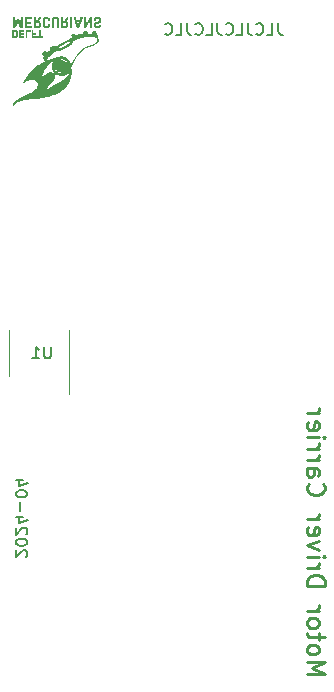
<source format=gbr>
%TF.GenerationSoftware,KiCad,Pcbnew,7.0.9*%
%TF.CreationDate,2024-04-13T12:05:23+02:00*%
%TF.ProjectId,MotorDriverCarrier-rounded,4d6f746f-7244-4726-9976-657243617272,rev?*%
%TF.SameCoordinates,Original*%
%TF.FileFunction,Legend,Bot*%
%TF.FilePolarity,Positive*%
%FSLAX46Y46*%
G04 Gerber Fmt 4.6, Leading zero omitted, Abs format (unit mm)*
G04 Created by KiCad (PCBNEW 7.0.9) date 2024-04-13 12:05:23*
%MOMM*%
%LPD*%
G01*
G04 APERTURE LIST*
%ADD10C,0.150000*%
%ADD11C,0.254000*%
%ADD12C,0.120000*%
G04 APERTURE END LIST*
D10*
X118166942Y-98368713D02*
X118214561Y-98321094D01*
X118214561Y-98321094D02*
X118262180Y-98225856D01*
X118262180Y-98225856D02*
X118262180Y-97987761D01*
X118262180Y-97987761D02*
X118214561Y-97892523D01*
X118214561Y-97892523D02*
X118166942Y-97844904D01*
X118166942Y-97844904D02*
X118071704Y-97797285D01*
X118071704Y-97797285D02*
X117976466Y-97797285D01*
X117976466Y-97797285D02*
X117833609Y-97844904D01*
X117833609Y-97844904D02*
X117262180Y-98416332D01*
X117262180Y-98416332D02*
X117262180Y-97797285D01*
X118262180Y-97178237D02*
X118262180Y-97082999D01*
X118262180Y-97082999D02*
X118214561Y-96987761D01*
X118214561Y-96987761D02*
X118166942Y-96940142D01*
X118166942Y-96940142D02*
X118071704Y-96892523D01*
X118071704Y-96892523D02*
X117881228Y-96844904D01*
X117881228Y-96844904D02*
X117643133Y-96844904D01*
X117643133Y-96844904D02*
X117452657Y-96892523D01*
X117452657Y-96892523D02*
X117357419Y-96940142D01*
X117357419Y-96940142D02*
X117309800Y-96987761D01*
X117309800Y-96987761D02*
X117262180Y-97082999D01*
X117262180Y-97082999D02*
X117262180Y-97178237D01*
X117262180Y-97178237D02*
X117309800Y-97273475D01*
X117309800Y-97273475D02*
X117357419Y-97321094D01*
X117357419Y-97321094D02*
X117452657Y-97368713D01*
X117452657Y-97368713D02*
X117643133Y-97416332D01*
X117643133Y-97416332D02*
X117881228Y-97416332D01*
X117881228Y-97416332D02*
X118071704Y-97368713D01*
X118071704Y-97368713D02*
X118166942Y-97321094D01*
X118166942Y-97321094D02*
X118214561Y-97273475D01*
X118214561Y-97273475D02*
X118262180Y-97178237D01*
X118166942Y-96463951D02*
X118214561Y-96416332D01*
X118214561Y-96416332D02*
X118262180Y-96321094D01*
X118262180Y-96321094D02*
X118262180Y-96082999D01*
X118262180Y-96082999D02*
X118214561Y-95987761D01*
X118214561Y-95987761D02*
X118166942Y-95940142D01*
X118166942Y-95940142D02*
X118071704Y-95892523D01*
X118071704Y-95892523D02*
X117976466Y-95892523D01*
X117976466Y-95892523D02*
X117833609Y-95940142D01*
X117833609Y-95940142D02*
X117262180Y-96511570D01*
X117262180Y-96511570D02*
X117262180Y-95892523D01*
X117928847Y-95035380D02*
X117262180Y-95035380D01*
X118309800Y-95273475D02*
X117595514Y-95511570D01*
X117595514Y-95511570D02*
X117595514Y-94892523D01*
X117643133Y-94511570D02*
X117643133Y-93749666D01*
X118262180Y-93082999D02*
X118262180Y-92987761D01*
X118262180Y-92987761D02*
X118214561Y-92892523D01*
X118214561Y-92892523D02*
X118166942Y-92844904D01*
X118166942Y-92844904D02*
X118071704Y-92797285D01*
X118071704Y-92797285D02*
X117881228Y-92749666D01*
X117881228Y-92749666D02*
X117643133Y-92749666D01*
X117643133Y-92749666D02*
X117452657Y-92797285D01*
X117452657Y-92797285D02*
X117357419Y-92844904D01*
X117357419Y-92844904D02*
X117309800Y-92892523D01*
X117309800Y-92892523D02*
X117262180Y-92987761D01*
X117262180Y-92987761D02*
X117262180Y-93082999D01*
X117262180Y-93082999D02*
X117309800Y-93178237D01*
X117309800Y-93178237D02*
X117357419Y-93225856D01*
X117357419Y-93225856D02*
X117452657Y-93273475D01*
X117452657Y-93273475D02*
X117643133Y-93321094D01*
X117643133Y-93321094D02*
X117881228Y-93321094D01*
X117881228Y-93321094D02*
X118071704Y-93273475D01*
X118071704Y-93273475D02*
X118166942Y-93225856D01*
X118166942Y-93225856D02*
X118214561Y-93178237D01*
X118214561Y-93178237D02*
X118262180Y-93082999D01*
X117928847Y-91892523D02*
X117262180Y-91892523D01*
X118309800Y-92130618D02*
X117595514Y-92368713D01*
X117595514Y-92368713D02*
X117595514Y-91749666D01*
X139493048Y-53175819D02*
X139493048Y-53890104D01*
X139493048Y-53890104D02*
X139540667Y-54032961D01*
X139540667Y-54032961D02*
X139635905Y-54128200D01*
X139635905Y-54128200D02*
X139778762Y-54175819D01*
X139778762Y-54175819D02*
X139874000Y-54175819D01*
X138540667Y-54175819D02*
X139016857Y-54175819D01*
X139016857Y-54175819D02*
X139016857Y-53175819D01*
X137635905Y-54080580D02*
X137683524Y-54128200D01*
X137683524Y-54128200D02*
X137826381Y-54175819D01*
X137826381Y-54175819D02*
X137921619Y-54175819D01*
X137921619Y-54175819D02*
X138064476Y-54128200D01*
X138064476Y-54128200D02*
X138159714Y-54032961D01*
X138159714Y-54032961D02*
X138207333Y-53937723D01*
X138207333Y-53937723D02*
X138254952Y-53747247D01*
X138254952Y-53747247D02*
X138254952Y-53604390D01*
X138254952Y-53604390D02*
X138207333Y-53413914D01*
X138207333Y-53413914D02*
X138159714Y-53318676D01*
X138159714Y-53318676D02*
X138064476Y-53223438D01*
X138064476Y-53223438D02*
X137921619Y-53175819D01*
X137921619Y-53175819D02*
X137826381Y-53175819D01*
X137826381Y-53175819D02*
X137683524Y-53223438D01*
X137683524Y-53223438D02*
X137635905Y-53271057D01*
X136921619Y-53175819D02*
X136921619Y-53890104D01*
X136921619Y-53890104D02*
X136969238Y-54032961D01*
X136969238Y-54032961D02*
X137064476Y-54128200D01*
X137064476Y-54128200D02*
X137207333Y-54175819D01*
X137207333Y-54175819D02*
X137302571Y-54175819D01*
X135969238Y-54175819D02*
X136445428Y-54175819D01*
X136445428Y-54175819D02*
X136445428Y-53175819D01*
X135064476Y-54080580D02*
X135112095Y-54128200D01*
X135112095Y-54128200D02*
X135254952Y-54175819D01*
X135254952Y-54175819D02*
X135350190Y-54175819D01*
X135350190Y-54175819D02*
X135493047Y-54128200D01*
X135493047Y-54128200D02*
X135588285Y-54032961D01*
X135588285Y-54032961D02*
X135635904Y-53937723D01*
X135635904Y-53937723D02*
X135683523Y-53747247D01*
X135683523Y-53747247D02*
X135683523Y-53604390D01*
X135683523Y-53604390D02*
X135635904Y-53413914D01*
X135635904Y-53413914D02*
X135588285Y-53318676D01*
X135588285Y-53318676D02*
X135493047Y-53223438D01*
X135493047Y-53223438D02*
X135350190Y-53175819D01*
X135350190Y-53175819D02*
X135254952Y-53175819D01*
X135254952Y-53175819D02*
X135112095Y-53223438D01*
X135112095Y-53223438D02*
X135064476Y-53271057D01*
X134350190Y-53175819D02*
X134350190Y-53890104D01*
X134350190Y-53890104D02*
X134397809Y-54032961D01*
X134397809Y-54032961D02*
X134493047Y-54128200D01*
X134493047Y-54128200D02*
X134635904Y-54175819D01*
X134635904Y-54175819D02*
X134731142Y-54175819D01*
X133397809Y-54175819D02*
X133873999Y-54175819D01*
X133873999Y-54175819D02*
X133873999Y-53175819D01*
X132493047Y-54080580D02*
X132540666Y-54128200D01*
X132540666Y-54128200D02*
X132683523Y-54175819D01*
X132683523Y-54175819D02*
X132778761Y-54175819D01*
X132778761Y-54175819D02*
X132921618Y-54128200D01*
X132921618Y-54128200D02*
X133016856Y-54032961D01*
X133016856Y-54032961D02*
X133064475Y-53937723D01*
X133064475Y-53937723D02*
X133112094Y-53747247D01*
X133112094Y-53747247D02*
X133112094Y-53604390D01*
X133112094Y-53604390D02*
X133064475Y-53413914D01*
X133064475Y-53413914D02*
X133016856Y-53318676D01*
X133016856Y-53318676D02*
X132921618Y-53223438D01*
X132921618Y-53223438D02*
X132778761Y-53175819D01*
X132778761Y-53175819D02*
X132683523Y-53175819D01*
X132683523Y-53175819D02*
X132540666Y-53223438D01*
X132540666Y-53223438D02*
X132493047Y-53271057D01*
X131778761Y-53175819D02*
X131778761Y-53890104D01*
X131778761Y-53890104D02*
X131826380Y-54032961D01*
X131826380Y-54032961D02*
X131921618Y-54128200D01*
X131921618Y-54128200D02*
X132064475Y-54175819D01*
X132064475Y-54175819D02*
X132159713Y-54175819D01*
X130826380Y-54175819D02*
X131302570Y-54175819D01*
X131302570Y-54175819D02*
X131302570Y-53175819D01*
X129921618Y-54080580D02*
X129969237Y-54128200D01*
X129969237Y-54128200D02*
X130112094Y-54175819D01*
X130112094Y-54175819D02*
X130207332Y-54175819D01*
X130207332Y-54175819D02*
X130350189Y-54128200D01*
X130350189Y-54128200D02*
X130445427Y-54032961D01*
X130445427Y-54032961D02*
X130493046Y-53937723D01*
X130493046Y-53937723D02*
X130540665Y-53747247D01*
X130540665Y-53747247D02*
X130540665Y-53604390D01*
X130540665Y-53604390D02*
X130493046Y-53413914D01*
X130493046Y-53413914D02*
X130445427Y-53318676D01*
X130445427Y-53318676D02*
X130350189Y-53223438D01*
X130350189Y-53223438D02*
X130207332Y-53175819D01*
X130207332Y-53175819D02*
X130112094Y-53175819D01*
X130112094Y-53175819D02*
X129969237Y-53223438D01*
X129969237Y-53223438D02*
X129921618Y-53271057D01*
D11*
X141929176Y-108294714D02*
X143453176Y-108294714D01*
X143453176Y-108294714D02*
X142364605Y-107786714D01*
X142364605Y-107786714D02*
X143453176Y-107278714D01*
X143453176Y-107278714D02*
X141929176Y-107278714D01*
X141929176Y-106335286D02*
X142001748Y-106480429D01*
X142001748Y-106480429D02*
X142074319Y-106553000D01*
X142074319Y-106553000D02*
X142219462Y-106625572D01*
X142219462Y-106625572D02*
X142654890Y-106625572D01*
X142654890Y-106625572D02*
X142800033Y-106553000D01*
X142800033Y-106553000D02*
X142872605Y-106480429D01*
X142872605Y-106480429D02*
X142945176Y-106335286D01*
X142945176Y-106335286D02*
X142945176Y-106117572D01*
X142945176Y-106117572D02*
X142872605Y-105972429D01*
X142872605Y-105972429D02*
X142800033Y-105899858D01*
X142800033Y-105899858D02*
X142654890Y-105827286D01*
X142654890Y-105827286D02*
X142219462Y-105827286D01*
X142219462Y-105827286D02*
X142074319Y-105899858D01*
X142074319Y-105899858D02*
X142001748Y-105972429D01*
X142001748Y-105972429D02*
X141929176Y-106117572D01*
X141929176Y-106117572D02*
X141929176Y-106335286D01*
X142945176Y-105391858D02*
X142945176Y-104811286D01*
X143453176Y-105174143D02*
X142146890Y-105174143D01*
X142146890Y-105174143D02*
X142001748Y-105101572D01*
X142001748Y-105101572D02*
X141929176Y-104956429D01*
X141929176Y-104956429D02*
X141929176Y-104811286D01*
X141929176Y-104085572D02*
X142001748Y-104230715D01*
X142001748Y-104230715D02*
X142074319Y-104303286D01*
X142074319Y-104303286D02*
X142219462Y-104375858D01*
X142219462Y-104375858D02*
X142654890Y-104375858D01*
X142654890Y-104375858D02*
X142800033Y-104303286D01*
X142800033Y-104303286D02*
X142872605Y-104230715D01*
X142872605Y-104230715D02*
X142945176Y-104085572D01*
X142945176Y-104085572D02*
X142945176Y-103867858D01*
X142945176Y-103867858D02*
X142872605Y-103722715D01*
X142872605Y-103722715D02*
X142800033Y-103650144D01*
X142800033Y-103650144D02*
X142654890Y-103577572D01*
X142654890Y-103577572D02*
X142219462Y-103577572D01*
X142219462Y-103577572D02*
X142074319Y-103650144D01*
X142074319Y-103650144D02*
X142001748Y-103722715D01*
X142001748Y-103722715D02*
X141929176Y-103867858D01*
X141929176Y-103867858D02*
X141929176Y-104085572D01*
X141929176Y-102924429D02*
X142945176Y-102924429D01*
X142654890Y-102924429D02*
X142800033Y-102851858D01*
X142800033Y-102851858D02*
X142872605Y-102779287D01*
X142872605Y-102779287D02*
X142945176Y-102634144D01*
X142945176Y-102634144D02*
X142945176Y-102489001D01*
X141929176Y-100819857D02*
X143453176Y-100819857D01*
X143453176Y-100819857D02*
X143453176Y-100457000D01*
X143453176Y-100457000D02*
X143380605Y-100239286D01*
X143380605Y-100239286D02*
X143235462Y-100094143D01*
X143235462Y-100094143D02*
X143090319Y-100021572D01*
X143090319Y-100021572D02*
X142800033Y-99949000D01*
X142800033Y-99949000D02*
X142582319Y-99949000D01*
X142582319Y-99949000D02*
X142292033Y-100021572D01*
X142292033Y-100021572D02*
X142146890Y-100094143D01*
X142146890Y-100094143D02*
X142001748Y-100239286D01*
X142001748Y-100239286D02*
X141929176Y-100457000D01*
X141929176Y-100457000D02*
X141929176Y-100819857D01*
X141929176Y-99295857D02*
X142945176Y-99295857D01*
X142654890Y-99295857D02*
X142800033Y-99223286D01*
X142800033Y-99223286D02*
X142872605Y-99150715D01*
X142872605Y-99150715D02*
X142945176Y-99005572D01*
X142945176Y-99005572D02*
X142945176Y-98860429D01*
X141929176Y-98352428D02*
X142945176Y-98352428D01*
X143453176Y-98352428D02*
X143380605Y-98425000D01*
X143380605Y-98425000D02*
X143308033Y-98352428D01*
X143308033Y-98352428D02*
X143380605Y-98279857D01*
X143380605Y-98279857D02*
X143453176Y-98352428D01*
X143453176Y-98352428D02*
X143308033Y-98352428D01*
X142945176Y-97771857D02*
X141929176Y-97409000D01*
X141929176Y-97409000D02*
X142945176Y-97046143D01*
X142001748Y-95885000D02*
X141929176Y-96030143D01*
X141929176Y-96030143D02*
X141929176Y-96320429D01*
X141929176Y-96320429D02*
X142001748Y-96465571D01*
X142001748Y-96465571D02*
X142146890Y-96538143D01*
X142146890Y-96538143D02*
X142727462Y-96538143D01*
X142727462Y-96538143D02*
X142872605Y-96465571D01*
X142872605Y-96465571D02*
X142945176Y-96320429D01*
X142945176Y-96320429D02*
X142945176Y-96030143D01*
X142945176Y-96030143D02*
X142872605Y-95885000D01*
X142872605Y-95885000D02*
X142727462Y-95812429D01*
X142727462Y-95812429D02*
X142582319Y-95812429D01*
X142582319Y-95812429D02*
X142437176Y-96538143D01*
X141929176Y-95159285D02*
X142945176Y-95159285D01*
X142654890Y-95159285D02*
X142800033Y-95086714D01*
X142800033Y-95086714D02*
X142872605Y-95014143D01*
X142872605Y-95014143D02*
X142945176Y-94869000D01*
X142945176Y-94869000D02*
X142945176Y-94723857D01*
X142074319Y-92183856D02*
X142001748Y-92256428D01*
X142001748Y-92256428D02*
X141929176Y-92474142D01*
X141929176Y-92474142D02*
X141929176Y-92619285D01*
X141929176Y-92619285D02*
X142001748Y-92836999D01*
X142001748Y-92836999D02*
X142146890Y-92982142D01*
X142146890Y-92982142D02*
X142292033Y-93054713D01*
X142292033Y-93054713D02*
X142582319Y-93127285D01*
X142582319Y-93127285D02*
X142800033Y-93127285D01*
X142800033Y-93127285D02*
X143090319Y-93054713D01*
X143090319Y-93054713D02*
X143235462Y-92982142D01*
X143235462Y-92982142D02*
X143380605Y-92836999D01*
X143380605Y-92836999D02*
X143453176Y-92619285D01*
X143453176Y-92619285D02*
X143453176Y-92474142D01*
X143453176Y-92474142D02*
X143380605Y-92256428D01*
X143380605Y-92256428D02*
X143308033Y-92183856D01*
X141929176Y-90877571D02*
X142727462Y-90877571D01*
X142727462Y-90877571D02*
X142872605Y-90950142D01*
X142872605Y-90950142D02*
X142945176Y-91095285D01*
X142945176Y-91095285D02*
X142945176Y-91385571D01*
X142945176Y-91385571D02*
X142872605Y-91530713D01*
X142001748Y-90877571D02*
X141929176Y-91022713D01*
X141929176Y-91022713D02*
X141929176Y-91385571D01*
X141929176Y-91385571D02*
X142001748Y-91530713D01*
X142001748Y-91530713D02*
X142146890Y-91603285D01*
X142146890Y-91603285D02*
X142292033Y-91603285D01*
X142292033Y-91603285D02*
X142437176Y-91530713D01*
X142437176Y-91530713D02*
X142509748Y-91385571D01*
X142509748Y-91385571D02*
X142509748Y-91022713D01*
X142509748Y-91022713D02*
X142582319Y-90877571D01*
X141929176Y-90151856D02*
X142945176Y-90151856D01*
X142654890Y-90151856D02*
X142800033Y-90079285D01*
X142800033Y-90079285D02*
X142872605Y-90006714D01*
X142872605Y-90006714D02*
X142945176Y-89861571D01*
X142945176Y-89861571D02*
X142945176Y-89716428D01*
X141929176Y-89208427D02*
X142945176Y-89208427D01*
X142654890Y-89208427D02*
X142800033Y-89135856D01*
X142800033Y-89135856D02*
X142872605Y-89063285D01*
X142872605Y-89063285D02*
X142945176Y-88918142D01*
X142945176Y-88918142D02*
X142945176Y-88772999D01*
X141929176Y-88264998D02*
X142945176Y-88264998D01*
X143453176Y-88264998D02*
X143380605Y-88337570D01*
X143380605Y-88337570D02*
X143308033Y-88264998D01*
X143308033Y-88264998D02*
X143380605Y-88192427D01*
X143380605Y-88192427D02*
X143453176Y-88264998D01*
X143453176Y-88264998D02*
X143308033Y-88264998D01*
X142001748Y-86958713D02*
X141929176Y-87103856D01*
X141929176Y-87103856D02*
X141929176Y-87394142D01*
X141929176Y-87394142D02*
X142001748Y-87539284D01*
X142001748Y-87539284D02*
X142146890Y-87611856D01*
X142146890Y-87611856D02*
X142727462Y-87611856D01*
X142727462Y-87611856D02*
X142872605Y-87539284D01*
X142872605Y-87539284D02*
X142945176Y-87394142D01*
X142945176Y-87394142D02*
X142945176Y-87103856D01*
X142945176Y-87103856D02*
X142872605Y-86958713D01*
X142872605Y-86958713D02*
X142727462Y-86886142D01*
X142727462Y-86886142D02*
X142582319Y-86886142D01*
X142582319Y-86886142D02*
X142437176Y-87611856D01*
X141929176Y-86232998D02*
X142945176Y-86232998D01*
X142654890Y-86232998D02*
X142800033Y-86160427D01*
X142800033Y-86160427D02*
X142872605Y-86087856D01*
X142872605Y-86087856D02*
X142945176Y-85942713D01*
X142945176Y-85942713D02*
X142945176Y-85797570D01*
D10*
X120256904Y-80567819D02*
X120256904Y-81377342D01*
X120256904Y-81377342D02*
X120209285Y-81472580D01*
X120209285Y-81472580D02*
X120161666Y-81520200D01*
X120161666Y-81520200D02*
X120066428Y-81567819D01*
X120066428Y-81567819D02*
X119875952Y-81567819D01*
X119875952Y-81567819D02*
X119780714Y-81520200D01*
X119780714Y-81520200D02*
X119733095Y-81472580D01*
X119733095Y-81472580D02*
X119685476Y-81377342D01*
X119685476Y-81377342D02*
X119685476Y-80567819D01*
X118685476Y-81567819D02*
X119256904Y-81567819D01*
X118971190Y-81567819D02*
X118971190Y-80567819D01*
X118971190Y-80567819D02*
X119066428Y-80710676D01*
X119066428Y-80710676D02*
X119161666Y-80805914D01*
X119161666Y-80805914D02*
X119256904Y-80853533D01*
%TO.C,G\u002A\u002A\u002A*%
G36*
X122069000Y-53579542D02*
G01*
X121897000Y-53575000D01*
X121892862Y-52707000D01*
X122069000Y-52707000D01*
X122069000Y-53579542D01*
G37*
G36*
X118533000Y-53898623D02*
G01*
X118395000Y-53900812D01*
X118257000Y-53903000D01*
X118254890Y-54165000D01*
X118252781Y-54427000D01*
X118125000Y-54427000D01*
X118125000Y-53779000D01*
X118533000Y-53779000D01*
X118533000Y-53898623D01*
G37*
G36*
X119405000Y-54307000D02*
G01*
X119573000Y-54307000D01*
X119573000Y-54427000D01*
X119101000Y-54427000D01*
X119101000Y-54307000D01*
X119269000Y-54307000D01*
X119269000Y-53779000D01*
X119405000Y-53779000D01*
X119405000Y-54307000D01*
G37*
G36*
X118757000Y-54043000D02*
G01*
X118997000Y-54043000D01*
X118997000Y-54171000D01*
X118757000Y-54171000D01*
X118757000Y-54307000D01*
X119053000Y-54307000D01*
X119053000Y-54427000D01*
X118629000Y-54427000D01*
X118629000Y-53779000D01*
X118757000Y-53779000D01*
X118757000Y-54043000D01*
G37*
G36*
X118013000Y-53899000D02*
G01*
X117717000Y-53899000D01*
X117717000Y-54051000D01*
X117957000Y-54051000D01*
X117957000Y-54171000D01*
X117717000Y-54171000D01*
X117717000Y-54307000D01*
X118013000Y-54307000D01*
X118013000Y-54427000D01*
X117581000Y-54427000D01*
X117581000Y-53779000D01*
X118013000Y-53779000D01*
X118013000Y-53899000D01*
G37*
G36*
X123230900Y-52995729D02*
G01*
X123233000Y-53284457D01*
X123388944Y-52995729D01*
X123544888Y-52707000D01*
X123733000Y-52707000D01*
X123733000Y-53571000D01*
X123573197Y-53571000D01*
X123571098Y-53279547D01*
X123569000Y-52988093D01*
X123412805Y-53277547D01*
X123256610Y-53567000D01*
X123158805Y-53569247D01*
X123061000Y-53571493D01*
X123061000Y-52707000D01*
X123228800Y-52707000D01*
X123230900Y-52995729D01*
G37*
G36*
X118637000Y-52867000D02*
G01*
X118245000Y-52867000D01*
X118245000Y-53067000D01*
X118565559Y-53067000D01*
X118563279Y-53149000D01*
X118561000Y-53231000D01*
X118403000Y-53233170D01*
X118245000Y-53235339D01*
X118245000Y-53411000D01*
X118637559Y-53411000D01*
X118635279Y-53493000D01*
X118633000Y-53575000D01*
X118351000Y-53577103D01*
X118069000Y-53579205D01*
X118069000Y-52707000D01*
X118637000Y-52707000D01*
X118637000Y-52867000D01*
G37*
G36*
X117213269Y-52989000D02*
G01*
X117213539Y-53271000D01*
X117395823Y-52847000D01*
X117526176Y-52847000D01*
X117708460Y-53271000D01*
X117709000Y-52707000D01*
X117877000Y-52707000D01*
X117877000Y-53571493D01*
X117779130Y-53569247D01*
X117681260Y-53567000D01*
X117573130Y-53321079D01*
X117554182Y-53278125D01*
X117529748Y-53223167D01*
X117507845Y-53174396D01*
X117489245Y-53133508D01*
X117474722Y-53102199D01*
X117465050Y-53082164D01*
X117461000Y-53075099D01*
X117458636Y-53078878D01*
X117450415Y-53095541D01*
X117437139Y-53123941D01*
X117419579Y-53162384D01*
X117398509Y-53209175D01*
X117374700Y-53262619D01*
X117348925Y-53321020D01*
X117240851Y-53567000D01*
X117142925Y-53569247D01*
X117045000Y-53571493D01*
X117045000Y-52707000D01*
X117213000Y-52707000D01*
X117213269Y-52989000D01*
G37*
G36*
X120638333Y-52701084D02*
G01*
X120827667Y-52703000D01*
X120861719Y-52727000D01*
X120871318Y-52734545D01*
X120895867Y-52759678D01*
X120914385Y-52786259D01*
X120933000Y-52821517D01*
X120933000Y-53571000D01*
X120757000Y-53571000D01*
X120757000Y-53227980D01*
X120756999Y-53219440D01*
X120756906Y-53135404D01*
X120756625Y-53065922D01*
X120756116Y-53009667D01*
X120755336Y-52965316D01*
X120754243Y-52931544D01*
X120752797Y-52907027D01*
X120750954Y-52890441D01*
X120748675Y-52880460D01*
X120745916Y-52875761D01*
X120735920Y-52872209D01*
X120710923Y-52869500D01*
X120671106Y-52868368D01*
X120615916Y-52868781D01*
X120497000Y-52871000D01*
X120494915Y-53221000D01*
X120492831Y-53571000D01*
X120308000Y-53571000D01*
X120310500Y-53197000D01*
X120310835Y-53147422D01*
X120311419Y-53068444D01*
X120312023Y-53003191D01*
X120312721Y-52950193D01*
X120313583Y-52907980D01*
X120314682Y-52875083D01*
X120316087Y-52850030D01*
X120317871Y-52831354D01*
X120320105Y-52817582D01*
X120322860Y-52807246D01*
X120326208Y-52798875D01*
X120330221Y-52791000D01*
X120345058Y-52766925D01*
X120377658Y-52732484D01*
X120418241Y-52710403D01*
X120418504Y-52710307D01*
X120432952Y-52706532D01*
X120453689Y-52703761D01*
X120482656Y-52701913D01*
X120521793Y-52700906D01*
X120573038Y-52700657D01*
X120638333Y-52701084D01*
G37*
G36*
X117179000Y-53779030D02*
G01*
X117224135Y-53779079D01*
X117274491Y-53779362D01*
X117312583Y-53780040D01*
X117340583Y-53781273D01*
X117360661Y-53783221D01*
X117374988Y-53786045D01*
X117385735Y-53789903D01*
X117395073Y-53794957D01*
X117395956Y-53795505D01*
X117418621Y-53814310D01*
X117437043Y-53836927D01*
X117440998Y-53844004D01*
X117444713Y-53853244D01*
X117447569Y-53865339D01*
X117449678Y-53882165D01*
X117451151Y-53905600D01*
X117452102Y-53937524D01*
X117452642Y-53979813D01*
X117452884Y-54034346D01*
X117452940Y-54103000D01*
X117452901Y-54162783D01*
X117452692Y-54219213D01*
X117452201Y-54263131D01*
X117451316Y-54296416D01*
X117449924Y-54320946D01*
X117447912Y-54338599D01*
X117445170Y-54351252D01*
X117441584Y-54360784D01*
X117437043Y-54369074D01*
X117436495Y-54369957D01*
X117417690Y-54392622D01*
X117395073Y-54411044D01*
X117388389Y-54414814D01*
X117378254Y-54418990D01*
X117365144Y-54422087D01*
X117346889Y-54424263D01*
X117321318Y-54425680D01*
X117286260Y-54426496D01*
X117239544Y-54426873D01*
X117179000Y-54426971D01*
X116989000Y-54427000D01*
X116989000Y-53899000D01*
X117117000Y-53899000D01*
X117117000Y-54307000D01*
X117211399Y-54307000D01*
X117226769Y-54306931D01*
X117272048Y-54305536D01*
X117301625Y-54302356D01*
X117315399Y-54297401D01*
X117317051Y-54294634D01*
X117320065Y-54281030D01*
X117322310Y-54256098D01*
X117323842Y-54218674D01*
X117324720Y-54167590D01*
X117325000Y-54101682D01*
X117324951Y-54049313D01*
X117324682Y-54002204D01*
X117324033Y-53967363D01*
X117322846Y-53942794D01*
X117320960Y-53926498D01*
X117318217Y-53916480D01*
X117314459Y-53910740D01*
X117309525Y-53907282D01*
X117299547Y-53904569D01*
X117275683Y-53901688D01*
X117243005Y-53899726D01*
X117205525Y-53899000D01*
X117117000Y-53899000D01*
X116989000Y-53899000D01*
X116989000Y-53779000D01*
X117179000Y-53779030D01*
G37*
G36*
X121285000Y-53027000D02*
G01*
X121425382Y-53027000D01*
X121562474Y-52711000D01*
X121655737Y-52708747D01*
X121691154Y-52708362D01*
X121721202Y-52708977D01*
X121741528Y-52710486D01*
X121749000Y-52712754D01*
X121748630Y-52714241D01*
X121743539Y-52727570D01*
X121733211Y-52752521D01*
X121718592Y-52786861D01*
X121700632Y-52828355D01*
X121680279Y-52874768D01*
X121672759Y-52891941D01*
X121653857Y-52936386D01*
X121638283Y-52974898D01*
X121626859Y-53005319D01*
X121620410Y-53025490D01*
X121619760Y-53033254D01*
X121641067Y-53044650D01*
X121667233Y-53065956D01*
X121691271Y-53091665D01*
X121707938Y-53116807D01*
X121712744Y-53127414D01*
X121717503Y-53141274D01*
X121720843Y-53157767D01*
X121723008Y-53179565D01*
X121724238Y-53209342D01*
X121724777Y-53249771D01*
X121724868Y-53303526D01*
X121724722Y-53340759D01*
X121723665Y-53392684D01*
X121720978Y-53432658D01*
X121715952Y-53463223D01*
X121707877Y-53486921D01*
X121696045Y-53506296D01*
X121679745Y-53523888D01*
X121658270Y-53542240D01*
X121627540Y-53567000D01*
X121109000Y-53571630D01*
X121109000Y-53187000D01*
X121285000Y-53187000D01*
X121285000Y-53411000D01*
X121401525Y-53411000D01*
X121415754Y-53410942D01*
X121457969Y-53410055D01*
X121493807Y-53408254D01*
X121520062Y-53405742D01*
X121533525Y-53402719D01*
X121536061Y-53401230D01*
X121541869Y-53395425D01*
X121545636Y-53385191D01*
X121547792Y-53367638D01*
X121548770Y-53339871D01*
X121549000Y-53299000D01*
X121548978Y-53283351D01*
X121548541Y-53247293D01*
X121547208Y-53223349D01*
X121544549Y-53208627D01*
X121540132Y-53200236D01*
X121533525Y-53195282D01*
X121530829Y-53194279D01*
X121512954Y-53191396D01*
X121483307Y-53189088D01*
X121445096Y-53187556D01*
X121401525Y-53187000D01*
X121285000Y-53187000D01*
X121109000Y-53187000D01*
X121109000Y-52707000D01*
X121285000Y-52707000D01*
X121285000Y-53027000D01*
G37*
G36*
X122891017Y-52707157D02*
G01*
X122921136Y-52707587D01*
X122941478Y-52708223D01*
X122948932Y-52709000D01*
X122947718Y-52712999D01*
X122942104Y-52730709D01*
X122932323Y-52761309D01*
X122918813Y-52803431D01*
X122902014Y-52855707D01*
X122882367Y-52916770D01*
X122860310Y-52985252D01*
X122836282Y-53059784D01*
X122810725Y-53139000D01*
X122672585Y-53567000D01*
X122568445Y-53569221D01*
X122464304Y-53571442D01*
X122329476Y-53153221D01*
X122314625Y-53107140D01*
X122303632Y-53073000D01*
X122477153Y-53073000D01*
X122477492Y-53075077D01*
X122481270Y-53089828D01*
X122488527Y-53115588D01*
X122498380Y-53149426D01*
X122509944Y-53188413D01*
X122522334Y-53229619D01*
X122534665Y-53270114D01*
X122546054Y-53306969D01*
X122555617Y-53337252D01*
X122562467Y-53358036D01*
X122565722Y-53366390D01*
X122566873Y-53364690D01*
X122571885Y-53351198D01*
X122579940Y-53326681D01*
X122590198Y-53293968D01*
X122601817Y-53255885D01*
X122613956Y-53215262D01*
X122625774Y-53174925D01*
X122636429Y-53137702D01*
X122645080Y-53106422D01*
X122650886Y-53083912D01*
X122653006Y-53073000D01*
X122647508Y-53070918D01*
X122628941Y-53068889D01*
X122600362Y-53067509D01*
X122565000Y-53067000D01*
X122534452Y-53067376D01*
X122504723Y-53068642D01*
X122484550Y-53070590D01*
X122477153Y-53073000D01*
X122303632Y-53073000D01*
X122290021Y-53030732D01*
X122267105Y-52959490D01*
X122246340Y-52894850D01*
X122228185Y-52838251D01*
X122213102Y-52791129D01*
X122201552Y-52754922D01*
X122193994Y-52731067D01*
X122190891Y-52721000D01*
X122190434Y-52718964D01*
X122191347Y-52713560D01*
X122198003Y-52710073D01*
X122212966Y-52708094D01*
X122238799Y-52707210D01*
X122278066Y-52707010D01*
X122369000Y-52707019D01*
X122396373Y-52803010D01*
X122423746Y-52899000D01*
X122705000Y-52898982D01*
X122759746Y-52707000D01*
X122854373Y-52707000D01*
X122891017Y-52707157D01*
G37*
G36*
X118965000Y-53027623D02*
G01*
X119034645Y-53025312D01*
X119104291Y-53023000D01*
X119172645Y-52865012D01*
X119241000Y-52707023D01*
X119335000Y-52707012D01*
X119371061Y-52707228D01*
X119401166Y-52707839D01*
X119421520Y-52708751D01*
X119429000Y-52709867D01*
X119428400Y-52711594D01*
X119422776Y-52725101D01*
X119411990Y-52750163D01*
X119396970Y-52784641D01*
X119378647Y-52826397D01*
X119357951Y-52873291D01*
X119286903Y-53033848D01*
X119309951Y-53043395D01*
X119313530Y-53044972D01*
X119345273Y-53066673D01*
X119373511Y-53098495D01*
X119393517Y-53135241D01*
X119397201Y-53146514D01*
X119400812Y-53164253D01*
X119403118Y-53187596D01*
X119404264Y-53219137D01*
X119404393Y-53261472D01*
X119403651Y-53317195D01*
X119401000Y-53465672D01*
X119376667Y-53500268D01*
X119368461Y-53510819D01*
X119344697Y-53534958D01*
X119320667Y-53552801D01*
X119316498Y-53555128D01*
X119307304Y-53559674D01*
X119297060Y-53563241D01*
X119283899Y-53565949D01*
X119265951Y-53567918D01*
X119241348Y-53569267D01*
X119208220Y-53570117D01*
X119164698Y-53570587D01*
X119108914Y-53570798D01*
X119039000Y-53570869D01*
X118789000Y-53571000D01*
X118789000Y-53185874D01*
X118965000Y-53185874D01*
X118965000Y-53411000D01*
X119084428Y-53411000D01*
X119099055Y-53410981D01*
X119143235Y-53410523D01*
X119174581Y-53409275D01*
X119195575Y-53407001D01*
X119208697Y-53403464D01*
X119216428Y-53398429D01*
X119217548Y-53397224D01*
X119223111Y-53386794D01*
X119226607Y-53369125D01*
X119228406Y-53341307D01*
X119228877Y-53300429D01*
X119228461Y-53273245D01*
X119226853Y-53240365D01*
X119224324Y-53215644D01*
X119221184Y-53203000D01*
X119220126Y-53201616D01*
X119212639Y-53197157D01*
X119198034Y-53193854D01*
X119174090Y-53191464D01*
X119138588Y-53189740D01*
X119089306Y-53188437D01*
X118965000Y-53185874D01*
X118789000Y-53185874D01*
X118789000Y-52707000D01*
X118965000Y-52707000D01*
X118965000Y-53027623D01*
G37*
G36*
X120085811Y-52721275D02*
G01*
X120112847Y-52737602D01*
X120133126Y-52757469D01*
X120150725Y-52786189D01*
X120153665Y-52791879D01*
X120162508Y-52810920D01*
X120168157Y-52829007D01*
X120171318Y-52850376D01*
X120172697Y-52879266D01*
X120173000Y-52919914D01*
X120173000Y-53011000D01*
X119997000Y-53011000D01*
X119997000Y-52947980D01*
X119996009Y-52913381D01*
X119992403Y-52888217D01*
X119985916Y-52875761D01*
X119975920Y-52872209D01*
X119950923Y-52869500D01*
X119911106Y-52868368D01*
X119855916Y-52868781D01*
X119737000Y-52871000D01*
X119737000Y-53407000D01*
X119855916Y-53409220D01*
X119903707Y-53409669D01*
X119945830Y-53408774D01*
X119973048Y-53406308D01*
X119985916Y-53402240D01*
X119991856Y-53391677D01*
X119995756Y-53367937D01*
X119997000Y-53330021D01*
X119997000Y-53267000D01*
X120173000Y-53267000D01*
X120172824Y-53357000D01*
X120171460Y-53406788D01*
X120166500Y-53448958D01*
X120156941Y-53481754D01*
X120141779Y-53508514D01*
X120120008Y-53532576D01*
X120103785Y-53546742D01*
X120087452Y-53557752D01*
X120068802Y-53565947D01*
X120045555Y-53571736D01*
X120015431Y-53575527D01*
X119976150Y-53577729D01*
X119925433Y-53578751D01*
X119861000Y-53579000D01*
X119852486Y-53578997D01*
X119792799Y-53578719D01*
X119746683Y-53577900D01*
X119711985Y-53576409D01*
X119686550Y-53574119D01*
X119668224Y-53570898D01*
X119654852Y-53566619D01*
X119632970Y-53555763D01*
X119598196Y-53527560D01*
X119570221Y-53487000D01*
X119567520Y-53481854D01*
X119563677Y-53473301D01*
X119560579Y-53463359D01*
X119558146Y-53450404D01*
X119556299Y-53432813D01*
X119554956Y-53408963D01*
X119554037Y-53377230D01*
X119553463Y-53335990D01*
X119553152Y-53283621D01*
X119553024Y-53218499D01*
X119553000Y-53139000D01*
X119553006Y-53089428D01*
X119553083Y-53018760D01*
X119553312Y-52961494D01*
X119553771Y-52916006D01*
X119554543Y-52880672D01*
X119555707Y-52853869D01*
X119557343Y-52833974D01*
X119559532Y-52819363D01*
X119562355Y-52808413D01*
X119565891Y-52799500D01*
X119570221Y-52791000D01*
X119585401Y-52766437D01*
X119617920Y-52732311D01*
X119658241Y-52710670D01*
X119661166Y-52709713D01*
X119679907Y-52705865D01*
X119708147Y-52702993D01*
X119747509Y-52701009D01*
X119799615Y-52699825D01*
X119866086Y-52699352D01*
X120043172Y-52699000D01*
X120085811Y-52721275D01*
G37*
G36*
X124284837Y-52700131D02*
G01*
X124333840Y-52701339D01*
X124371787Y-52704063D01*
X124400935Y-52708792D01*
X124423538Y-52716015D01*
X124441852Y-52726219D01*
X124458131Y-52739893D01*
X124474632Y-52757526D01*
X124484900Y-52770154D01*
X124498249Y-52792051D01*
X124507440Y-52817617D01*
X124513157Y-52849919D01*
X124516086Y-52892025D01*
X124516910Y-52947000D01*
X124516474Y-52990490D01*
X124514273Y-53034160D01*
X124509578Y-53067228D01*
X124501690Y-53092695D01*
X124489907Y-53113563D01*
X124473529Y-53132832D01*
X124464988Y-53141211D01*
X124444231Y-53158032D01*
X124419646Y-53172533D01*
X124388835Y-53185653D01*
X124349398Y-53198330D01*
X124298937Y-53211502D01*
X124235051Y-53226108D01*
X124194739Y-53235087D01*
X124153527Y-53244612D01*
X124119878Y-53252768D01*
X124096488Y-53258899D01*
X124086052Y-53262350D01*
X124083510Y-53265771D01*
X124079537Y-53282372D01*
X124077384Y-53307775D01*
X124077033Y-53337181D01*
X124078464Y-53365787D01*
X124081659Y-53388794D01*
X124086599Y-53401400D01*
X124093994Y-53404810D01*
X124116484Y-53408281D01*
X124153727Y-53410329D01*
X124206318Y-53411000D01*
X124246601Y-53410856D01*
X124282672Y-53409607D01*
X124306979Y-53406017D01*
X124321845Y-53398851D01*
X124329589Y-53386871D01*
X124332534Y-53368841D01*
X124333000Y-53343526D01*
X124333000Y-53307000D01*
X124501000Y-53307000D01*
X124500824Y-53377000D01*
X124499270Y-53413030D01*
X124489118Y-53466942D01*
X124468883Y-53509633D01*
X124437838Y-53542409D01*
X124395256Y-53566576D01*
X124379935Y-53570359D01*
X124349877Y-53573987D01*
X124309716Y-53576745D01*
X124262614Y-53578607D01*
X124211736Y-53579549D01*
X124160245Y-53579546D01*
X124111306Y-53578573D01*
X124068082Y-53576605D01*
X124033737Y-53573618D01*
X124011436Y-53569587D01*
X123989324Y-53560106D01*
X123955759Y-53535668D01*
X123927903Y-53503908D01*
X123910789Y-53469818D01*
X123907421Y-53452907D01*
X123904223Y-53421361D01*
X123902157Y-53381929D01*
X123901242Y-53338583D01*
X123901499Y-53295296D01*
X123902946Y-53256042D01*
X123905603Y-53224792D01*
X123909490Y-53205521D01*
X123914764Y-53194189D01*
X123937158Y-53163633D01*
X123968791Y-53134471D01*
X124005283Y-53111021D01*
X124018697Y-53105447D01*
X124047990Y-53095880D01*
X124086970Y-53084849D01*
X124132190Y-53073318D01*
X124180200Y-53062247D01*
X124218922Y-53053467D01*
X124260498Y-53043214D01*
X124294701Y-53033866D01*
X124318764Y-53026187D01*
X124329917Y-53020940D01*
X124334683Y-53011121D01*
X124338909Y-52988350D01*
X124340930Y-52958924D01*
X124340642Y-52928019D01*
X124337939Y-52900811D01*
X124332718Y-52882475D01*
X124332286Y-52881688D01*
X124327705Y-52875913D01*
X124319870Y-52871881D01*
X124306230Y-52869283D01*
X124284237Y-52867809D01*
X124251343Y-52867151D01*
X124205000Y-52867000D01*
X124192167Y-52867000D01*
X124146050Y-52867304D01*
X124113174Y-52869029D01*
X124091299Y-52873418D01*
X124078183Y-52881714D01*
X124071588Y-52895160D01*
X124069273Y-52914999D01*
X124069000Y-52942475D01*
X124069000Y-52987000D01*
X123901000Y-52987000D01*
X123901000Y-52913929D01*
X123901128Y-52901695D01*
X123902898Y-52864513D01*
X123906310Y-52831322D01*
X123910807Y-52808121D01*
X123920295Y-52786082D01*
X123943722Y-52753496D01*
X123973733Y-52726226D01*
X124005377Y-52709440D01*
X124005434Y-52709422D01*
X124022947Y-52706480D01*
X124054253Y-52703965D01*
X124097158Y-52701978D01*
X124149471Y-52700620D01*
X124209000Y-52699993D01*
X124222525Y-52699951D01*
X124284837Y-52700131D01*
G37*
G36*
X123936391Y-53884802D02*
G01*
X124056119Y-53887000D01*
X124108559Y-54000749D01*
X124114176Y-54012909D01*
X124133213Y-54053374D01*
X124147933Y-54082481D01*
X124160046Y-54102854D01*
X124171262Y-54117121D01*
X124183292Y-54127908D01*
X124197847Y-54137841D01*
X124226944Y-54161914D01*
X124253138Y-54201415D01*
X124267166Y-54250071D01*
X124268780Y-54306911D01*
X124257729Y-54370963D01*
X124252482Y-54392789D01*
X124250604Y-54411768D01*
X124254443Y-54428634D01*
X124264634Y-54450706D01*
X124280631Y-54488556D01*
X124296905Y-54554753D01*
X124300705Y-54622688D01*
X124291953Y-54688539D01*
X124270575Y-54748483D01*
X124256539Y-54773950D01*
X124234280Y-54808513D01*
X124212574Y-54837030D01*
X124208562Y-54841551D01*
X124175729Y-54873523D01*
X124132286Y-54909725D01*
X124081510Y-54947795D01*
X124026677Y-54985369D01*
X123971061Y-55020085D01*
X123917938Y-55049580D01*
X123876308Y-55070399D01*
X123835532Y-55089411D01*
X123793357Y-55107450D01*
X123747446Y-55125390D01*
X123695462Y-55144105D01*
X123635069Y-55164470D01*
X123563931Y-55187361D01*
X123479710Y-55213651D01*
X123455278Y-55221227D01*
X123367670Y-55249131D01*
X123292181Y-55274995D01*
X123226557Y-55300236D01*
X123168544Y-55326272D01*
X123115887Y-55354521D01*
X123066332Y-55386402D01*
X123017625Y-55423332D01*
X122967512Y-55466729D01*
X122913739Y-55518012D01*
X122854051Y-55578598D01*
X122786195Y-55649905D01*
X122729065Y-55711432D01*
X122600589Y-55857635D01*
X122484548Y-56002052D01*
X122379101Y-56147298D01*
X122282410Y-56295986D01*
X122192636Y-56450731D01*
X122107941Y-56614148D01*
X122093851Y-56643209D01*
X122070447Y-56692868D01*
X122048357Y-56741296D01*
X122029550Y-56784142D01*
X122015996Y-56817061D01*
X121987300Y-56891121D01*
X121997312Y-57017061D01*
X122001075Y-57071265D01*
X122005069Y-57154088D01*
X122007387Y-57239604D01*
X122008043Y-57324711D01*
X122007052Y-57406307D01*
X122004432Y-57481289D01*
X122000197Y-57546554D01*
X121994363Y-57599000D01*
X121976887Y-57703786D01*
X121949120Y-57830175D01*
X121914680Y-57948206D01*
X121872380Y-58061831D01*
X121821029Y-58175000D01*
X121787182Y-58240533D01*
X121709737Y-58370479D01*
X121621596Y-58493443D01*
X121521706Y-58610611D01*
X121409012Y-58723166D01*
X121282461Y-58832292D01*
X121141000Y-58939174D01*
X121062338Y-58992477D01*
X120922997Y-59076300D01*
X120770752Y-59156188D01*
X120607367Y-59231443D01*
X120434603Y-59301370D01*
X120254222Y-59365274D01*
X120067986Y-59422460D01*
X119877658Y-59472231D01*
X119685000Y-59513893D01*
X119638057Y-59522810D01*
X119584960Y-59532388D01*
X119533068Y-59541064D01*
X119480666Y-59549034D01*
X119426035Y-59556494D01*
X119367459Y-59563641D01*
X119303221Y-59570671D01*
X119231604Y-59577781D01*
X119150890Y-59585168D01*
X119059363Y-59593027D01*
X118955305Y-59601556D01*
X118837000Y-59610951D01*
X118786837Y-59614931D01*
X118655361Y-59625846D01*
X118537717Y-59636442D01*
X118432314Y-59646931D01*
X118337558Y-59657527D01*
X118251858Y-59668440D01*
X118173621Y-59679882D01*
X118101255Y-59692066D01*
X118033167Y-59705203D01*
X117967766Y-59719505D01*
X117903459Y-59735185D01*
X117886500Y-59739572D01*
X117722968Y-59787618D01*
X117572503Y-59842664D01*
X117435646Y-59904491D01*
X117312937Y-59972882D01*
X117289948Y-59987424D01*
X117237144Y-60024027D01*
X117195790Y-60058621D01*
X117163222Y-60093602D01*
X117136778Y-60131366D01*
X117136593Y-60131669D01*
X117114725Y-60162253D01*
X117094938Y-60177726D01*
X117075982Y-60178619D01*
X117056606Y-60165464D01*
X117055313Y-60164076D01*
X117045905Y-60142322D01*
X117044473Y-60110108D01*
X117050598Y-60070303D01*
X117063860Y-60025778D01*
X117083839Y-59979401D01*
X117100279Y-59948055D01*
X117132939Y-59894458D01*
X117169909Y-59845508D01*
X117213287Y-59799061D01*
X117265172Y-59752972D01*
X117327661Y-59705096D01*
X117402853Y-59653288D01*
X117429212Y-59635973D01*
X117460440Y-59615977D01*
X117491651Y-59596734D01*
X117524163Y-59577559D01*
X117559296Y-59557766D01*
X117598369Y-59536673D01*
X117642700Y-59513592D01*
X117693610Y-59487841D01*
X117752417Y-59458735D01*
X117820440Y-59425587D01*
X117898999Y-59387715D01*
X117989412Y-59344433D01*
X118093000Y-59295057D01*
X118167070Y-59259625D01*
X118241315Y-59223774D01*
X118312572Y-59189045D01*
X118378925Y-59156387D01*
X118438459Y-59126748D01*
X118489260Y-59101074D01*
X118529411Y-59080314D01*
X118557000Y-59065415D01*
X118565241Y-59060755D01*
X118681203Y-58991858D01*
X118782179Y-58924985D01*
X118868896Y-58859435D01*
X118942077Y-58794507D01*
X119002449Y-58729501D01*
X119050735Y-58663715D01*
X119087662Y-58596448D01*
X119113954Y-58527000D01*
X119114112Y-58526471D01*
X119124193Y-58476803D01*
X119128843Y-58418049D01*
X119128125Y-58356079D01*
X119122106Y-58296762D01*
X119110850Y-58245966D01*
X119090811Y-58195111D01*
X119052434Y-58133778D01*
X119001979Y-58082583D01*
X118940068Y-58042122D01*
X118867323Y-58012989D01*
X118864531Y-58012168D01*
X118803200Y-57998749D01*
X118732715Y-57990429D01*
X118658878Y-57987451D01*
X118587489Y-57990060D01*
X118524348Y-57998502D01*
X118519307Y-57999523D01*
X118409150Y-58027561D01*
X118298914Y-58066891D01*
X118186183Y-58118491D01*
X118068547Y-58183341D01*
X118025026Y-58208451D01*
X117987553Y-58227836D01*
X117959723Y-58238804D01*
X117939781Y-58241850D01*
X117925973Y-58237467D01*
X117916545Y-58226151D01*
X117916125Y-58225341D01*
X117911870Y-58205821D01*
X117915581Y-58178715D01*
X117927687Y-58142735D01*
X117948616Y-58096593D01*
X117978798Y-58039000D01*
X118023499Y-57959448D01*
X118106178Y-57822777D01*
X118172974Y-57723040D01*
X119509000Y-57723040D01*
X119510762Y-57748600D01*
X119517458Y-57764170D01*
X119529988Y-57765952D01*
X119549230Y-57754015D01*
X119576061Y-57728431D01*
X119592468Y-57711283D01*
X119620848Y-57681702D01*
X119652822Y-57648445D01*
X119684098Y-57615977D01*
X119725289Y-57576034D01*
X119799250Y-57515646D01*
X119878427Y-57463330D01*
X119960982Y-57419688D01*
X120045078Y-57385321D01*
X120128877Y-57360831D01*
X120210542Y-57346820D01*
X120288233Y-57343889D01*
X120360114Y-57352639D01*
X120424347Y-57373673D01*
X120472630Y-57401690D01*
X120523173Y-57446641D01*
X120564519Y-57501812D01*
X120595628Y-57565008D01*
X120615461Y-57634032D01*
X120622977Y-57706689D01*
X120617137Y-57780783D01*
X120614839Y-57793031D01*
X120605413Y-57830314D01*
X120591815Y-57867356D01*
X120573082Y-57905530D01*
X120548255Y-57946207D01*
X120516371Y-57990760D01*
X120476472Y-58040563D01*
X120427595Y-58096988D01*
X120368780Y-58161407D01*
X120299065Y-58235193D01*
X120255176Y-58281212D01*
X120201304Y-58338240D01*
X120156387Y-58386664D01*
X120119046Y-58428087D01*
X120087908Y-58464114D01*
X120061596Y-58496349D01*
X120038735Y-58526394D01*
X120017948Y-58555854D01*
X119997861Y-58586333D01*
X119988844Y-58600656D01*
X119960071Y-58649676D01*
X119933576Y-58699593D01*
X119910398Y-58748002D01*
X119891578Y-58792493D01*
X119878155Y-58830662D01*
X119871170Y-58860099D01*
X119871662Y-58878400D01*
X119873493Y-58882468D01*
X119880366Y-58889741D01*
X119890806Y-58890360D01*
X119906045Y-58883491D01*
X119927312Y-58868297D01*
X119955838Y-58843944D01*
X119992854Y-58809596D01*
X120039591Y-58764419D01*
X120049300Y-58754942D01*
X120098874Y-58707393D01*
X120144915Y-58665099D01*
X120189223Y-58626846D01*
X120233595Y-58591420D01*
X120279829Y-58557610D01*
X120329722Y-58524200D01*
X120385073Y-58489979D01*
X120447678Y-58453731D01*
X120519335Y-58414245D01*
X120601843Y-58370307D01*
X120697000Y-58320703D01*
X120753484Y-58291404D01*
X120855861Y-58237909D01*
X120945861Y-58190245D01*
X121024825Y-58147639D01*
X121094095Y-58109318D01*
X121155011Y-58074508D01*
X121208914Y-58042436D01*
X121257146Y-58012328D01*
X121301047Y-57983411D01*
X121341958Y-57954911D01*
X121381220Y-57926055D01*
X121404150Y-57908187D01*
X121473722Y-57847647D01*
X121545614Y-57776671D01*
X121616979Y-57698483D01*
X121684968Y-57616306D01*
X121746731Y-57533363D01*
X121799420Y-57452878D01*
X121825263Y-57407007D01*
X121858716Y-57338453D01*
X121888977Y-57266244D01*
X121914477Y-57194520D01*
X121933648Y-57127418D01*
X121944921Y-57069076D01*
X121946483Y-57056473D01*
X121947215Y-57045614D01*
X121945120Y-57046810D01*
X121939411Y-57061085D01*
X121929301Y-57089469D01*
X121917882Y-57120532D01*
X121881252Y-57203217D01*
X121837445Y-57277699D01*
X121783735Y-57348214D01*
X121717398Y-57419000D01*
X121714542Y-57421797D01*
X121627216Y-57496212D01*
X121532995Y-57556667D01*
X121433125Y-57602957D01*
X121328851Y-57634878D01*
X121221418Y-57652227D01*
X121112071Y-57654799D01*
X121002055Y-57642391D01*
X120892617Y-57614797D01*
X120785000Y-57571814D01*
X120782208Y-57570476D01*
X120681742Y-57513990D01*
X120592976Y-57446736D01*
X120515474Y-57368276D01*
X120448802Y-57278170D01*
X120392524Y-57175981D01*
X120371298Y-57127955D01*
X120345480Y-57054439D01*
X120327678Y-56978370D01*
X120316164Y-56893357D01*
X120314068Y-56866928D01*
X120314429Y-56827000D01*
X120538713Y-56827000D01*
X120542974Y-56889000D01*
X120547319Y-56924990D01*
X120556623Y-56971935D01*
X120568580Y-57015000D01*
X120583125Y-57054075D01*
X120625976Y-57138661D01*
X120680639Y-57214674D01*
X120745624Y-57280919D01*
X120819442Y-57336202D01*
X120900603Y-57379329D01*
X120987619Y-57409105D01*
X121079000Y-57424336D01*
X121141000Y-57429372D01*
X121141000Y-57339000D01*
X121110279Y-57339000D01*
X121085436Y-57337178D01*
X121041330Y-57328856D01*
X120992051Y-57315151D01*
X120942755Y-57297559D01*
X120898596Y-57277577D01*
X120831143Y-57234131D01*
X120770055Y-57177887D01*
X120717783Y-57111845D01*
X120676117Y-57038662D01*
X120667451Y-57015667D01*
X121949631Y-57015667D01*
X121950912Y-57023531D01*
X121954464Y-57020500D01*
X121955743Y-57015874D01*
X121953833Y-57005167D01*
X121951102Y-57005291D01*
X121949631Y-57015667D01*
X120667451Y-57015667D01*
X120646849Y-56960997D01*
X120631768Y-56881507D01*
X120626702Y-56827000D01*
X120538713Y-56827000D01*
X120314429Y-56827000D01*
X120315034Y-56760178D01*
X120330367Y-56653620D01*
X120359281Y-56549644D01*
X120400985Y-56450638D01*
X120454692Y-56358991D01*
X120519612Y-56277093D01*
X120533218Y-56262011D01*
X120544757Y-56248373D01*
X120548018Y-56243190D01*
X120545938Y-56244221D01*
X120533455Y-56253686D01*
X120511748Y-56271763D01*
X120482595Y-56296882D01*
X120447775Y-56327474D01*
X120409065Y-56361970D01*
X120368244Y-56398802D01*
X120327088Y-56436400D01*
X120287376Y-56473196D01*
X120279195Y-56480858D01*
X120190762Y-56566125D01*
X120105404Y-56652775D01*
X120024746Y-56738979D01*
X119950409Y-56822911D01*
X119884016Y-56902743D01*
X119827191Y-56976647D01*
X119781556Y-57042796D01*
X119775295Y-57052721D01*
X119743822Y-57106659D01*
X119711149Y-57168621D01*
X119678158Y-57236399D01*
X119645736Y-57307784D01*
X119614767Y-57380570D01*
X119586135Y-57452547D01*
X119560725Y-57521509D01*
X119539422Y-57585247D01*
X119523111Y-57641553D01*
X119512675Y-57688220D01*
X119509000Y-57723040D01*
X118172974Y-57723040D01*
X118192746Y-57693517D01*
X118285340Y-57568859D01*
X118386091Y-57445995D01*
X118497136Y-57322117D01*
X118620607Y-57194417D01*
X118648563Y-57166605D01*
X118768697Y-57051567D01*
X118884565Y-56948617D01*
X118998657Y-56856008D01*
X119113463Y-56771996D01*
X119231474Y-56694834D01*
X119355181Y-56622776D01*
X119487073Y-56554076D01*
X119629641Y-56486988D01*
X119651452Y-56477142D01*
X119687959Y-56460460D01*
X119717679Y-56446619D01*
X119738003Y-56436841D01*
X119746320Y-56432347D01*
X119747100Y-56424922D01*
X119738824Y-56407421D01*
X119721511Y-56383059D01*
X119696624Y-56354137D01*
X119693811Y-56351074D01*
X119687810Y-56343351D01*
X119917440Y-56343351D01*
X119919108Y-56358212D01*
X119927000Y-56360590D01*
X120005747Y-56328367D01*
X120135625Y-56276461D01*
X120253922Y-56230949D01*
X120277676Y-56222243D01*
X121141000Y-56222243D01*
X121141000Y-56315000D01*
X121175000Y-56315119D01*
X121202065Y-56316780D01*
X121256680Y-56326831D01*
X121315420Y-56344735D01*
X121373000Y-56369053D01*
X121417710Y-56395380D01*
X121471772Y-56437583D01*
X121522726Y-56487648D01*
X121566481Y-56541484D01*
X121598947Y-56595000D01*
X121613407Y-56627119D01*
X121634273Y-56686004D01*
X121647912Y-56743060D01*
X121652881Y-56793000D01*
X121653000Y-56827000D01*
X121743286Y-56827000D01*
X121738849Y-56765000D01*
X121737402Y-56748493D01*
X121720230Y-56659123D01*
X121687968Y-56572914D01*
X121641344Y-56491474D01*
X121581086Y-56416411D01*
X121530611Y-56368087D01*
X121456745Y-56313319D01*
X121377963Y-56271212D01*
X121297000Y-56243429D01*
X121271567Y-56238152D01*
X121235175Y-56232299D01*
X121199000Y-56227890D01*
X121141000Y-56222243D01*
X120277676Y-56222243D01*
X120362323Y-56191220D01*
X120462513Y-56156666D01*
X120556177Y-56126676D01*
X120645000Y-56100640D01*
X120707425Y-56083238D01*
X120781916Y-56062588D01*
X120844061Y-56045639D01*
X120895637Y-56032030D01*
X120938421Y-56021402D01*
X120974189Y-56013396D01*
X121004720Y-56007651D01*
X121031789Y-56003808D01*
X121057175Y-56001507D01*
X121082654Y-56000389D01*
X121110003Y-56000095D01*
X121141000Y-56000263D01*
X121187569Y-56001318D01*
X121253137Y-56006152D01*
X121312642Y-56015797D01*
X121372024Y-56031326D01*
X121437220Y-56053813D01*
X121508790Y-56084227D01*
X121582505Y-56125316D01*
X121651876Y-56175940D01*
X121721355Y-56239000D01*
X121724405Y-56242030D01*
X121800679Y-56327836D01*
X121862212Y-56418778D01*
X121909796Y-56516213D01*
X121944220Y-56621497D01*
X121954857Y-56663000D01*
X122014983Y-56543000D01*
X122018926Y-56535148D01*
X122095789Y-56389053D01*
X122175550Y-56251165D01*
X122260067Y-56118840D01*
X122351197Y-55989432D01*
X122450799Y-55860297D01*
X122560732Y-55728790D01*
X122682852Y-55592265D01*
X122738505Y-55532486D01*
X122807513Y-55461050D01*
X122870622Y-55399898D01*
X122930015Y-55347616D01*
X122987875Y-55302788D01*
X123046384Y-55263999D01*
X123107726Y-55229834D01*
X123174082Y-55198878D01*
X123247636Y-55169717D01*
X123330571Y-55140936D01*
X123425068Y-55111118D01*
X123495118Y-55089446D01*
X123592215Y-55058025D01*
X123676794Y-55028580D01*
X123750756Y-55000276D01*
X123816002Y-54972279D01*
X123874435Y-54943755D01*
X123927957Y-54913869D01*
X123978469Y-54881788D01*
X124027874Y-54846676D01*
X124045829Y-54833055D01*
X124096481Y-54790935D01*
X124134323Y-54752173D01*
X124160900Y-54714710D01*
X124177756Y-54676490D01*
X124186437Y-54635453D01*
X124187810Y-54613243D01*
X124182086Y-54561071D01*
X124165253Y-54511428D01*
X124138979Y-54468402D01*
X124104938Y-54436082D01*
X124088982Y-54426522D01*
X124062065Y-54415224D01*
X124028027Y-54406115D01*
X123984649Y-54398754D01*
X123929712Y-54392699D01*
X123861000Y-54387509D01*
X123838882Y-54386340D01*
X123798487Y-54384859D01*
X123748603Y-54383546D01*
X123691353Y-54382412D01*
X123628862Y-54381470D01*
X123563252Y-54380731D01*
X123496649Y-54380209D01*
X123431176Y-54379914D01*
X123368956Y-54379860D01*
X123312114Y-54380058D01*
X123262774Y-54380521D01*
X123223058Y-54381260D01*
X123195092Y-54382288D01*
X123181000Y-54383618D01*
X123176523Y-54384285D01*
X123157470Y-54386186D01*
X123127150Y-54388712D01*
X123088635Y-54391616D01*
X123045000Y-54394648D01*
X122943566Y-54404458D01*
X122828240Y-54424441D01*
X122716827Y-54454419D01*
X122605148Y-54495552D01*
X122489022Y-54548999D01*
X122482982Y-54552016D01*
X122432297Y-54576764D01*
X122376921Y-54602999D01*
X122323152Y-54627771D01*
X122277291Y-54648130D01*
X122246460Y-54661578D01*
X122196098Y-54684810D01*
X122157956Y-54705124D01*
X122130163Y-54724212D01*
X122110850Y-54743767D01*
X122098149Y-54765481D01*
X122090190Y-54791047D01*
X122085104Y-54822158D01*
X122083524Y-54833880D01*
X122076766Y-54868579D01*
X122066428Y-54899613D01*
X122051168Y-54928328D01*
X122029642Y-54956075D01*
X122000506Y-54984202D01*
X121962417Y-55014057D01*
X121914032Y-55046990D01*
X121854007Y-55084350D01*
X121781000Y-55127485D01*
X121665814Y-55194367D01*
X121558736Y-55256367D01*
X121464082Y-55310963D01*
X121381166Y-55358537D01*
X121309304Y-55399474D01*
X121247811Y-55434156D01*
X121196004Y-55462968D01*
X121153197Y-55486293D01*
X121118707Y-55504513D01*
X121091848Y-55518014D01*
X121071936Y-55527178D01*
X121058287Y-55532388D01*
X121052031Y-55534281D01*
X120991130Y-55545581D01*
X120929779Y-55543189D01*
X120864242Y-55527000D01*
X120834231Y-55517381D01*
X120803673Y-55509870D01*
X120779516Y-55508255D01*
X120756995Y-55512357D01*
X120731342Y-55521997D01*
X120728005Y-55523464D01*
X120692101Y-55542414D01*
X120646328Y-55571039D01*
X120592267Y-55608156D01*
X120531500Y-55652583D01*
X120465608Y-55703135D01*
X120396173Y-55758632D01*
X120324776Y-55817890D01*
X120253000Y-55879726D01*
X120248509Y-55883675D01*
X120168533Y-55956772D01*
X120101528Y-56023957D01*
X120046340Y-56086643D01*
X120001813Y-56146241D01*
X119966789Y-56204164D01*
X119940113Y-56261824D01*
X119931646Y-56284709D01*
X119921714Y-56318139D01*
X119917440Y-56343351D01*
X119687810Y-56343351D01*
X119658729Y-56305924D01*
X119635519Y-56258663D01*
X119620979Y-56202886D01*
X119620395Y-56199592D01*
X119615638Y-56144231D01*
X119622040Y-56091073D01*
X119640295Y-56034051D01*
X119658291Y-55989102D01*
X119590745Y-55876344D01*
X119523199Y-55763585D01*
X119602099Y-55666699D01*
X119617038Y-55648345D01*
X119643617Y-55615630D01*
X119666112Y-55587868D01*
X119682514Y-55567542D01*
X119690813Y-55557134D01*
X119692228Y-55555489D01*
X119697949Y-55551944D01*
X119707519Y-55550989D01*
X119723235Y-55553017D01*
X119747396Y-55558418D01*
X119782299Y-55567585D01*
X119830244Y-55580910D01*
X119959862Y-55617366D01*
X120014807Y-55571116D01*
X120023526Y-55563936D01*
X120059489Y-55536300D01*
X120099978Y-55507427D01*
X120137781Y-55482514D01*
X120157159Y-55470333D01*
X120182882Y-55453737D01*
X120201077Y-55441452D01*
X120208689Y-55435502D01*
X120208791Y-55435230D01*
X120208078Y-55424628D01*
X120204637Y-55401832D01*
X120198986Y-55369985D01*
X120191645Y-55332228D01*
X120190760Y-55327832D01*
X120183574Y-55290851D01*
X120178560Y-55262945D01*
X120921492Y-55262945D01*
X120927116Y-55295187D01*
X120947153Y-55324847D01*
X120948643Y-55326339D01*
X120957918Y-55335389D01*
X120966846Y-55342561D01*
X120976521Y-55347384D01*
X120988036Y-55349390D01*
X121002486Y-55348109D01*
X121020963Y-55343073D01*
X121044562Y-55333811D01*
X121074375Y-55319856D01*
X121111496Y-55300738D01*
X121157019Y-55275988D01*
X121212038Y-55245136D01*
X121277645Y-55207714D01*
X121354934Y-55163253D01*
X121445000Y-55111284D01*
X121514029Y-55071384D01*
X121585111Y-55030170D01*
X121651120Y-54991766D01*
X121710800Y-54956910D01*
X121762893Y-54926339D01*
X121806144Y-54900792D01*
X121839295Y-54881005D01*
X121861089Y-54867718D01*
X121870268Y-54861667D01*
X121881767Y-54847581D01*
X121893044Y-54826893D01*
X121894825Y-54821868D01*
X121896842Y-54791850D01*
X121887759Y-54760749D01*
X121869319Y-54735290D01*
X121858130Y-54727825D01*
X121830057Y-54719169D01*
X121799112Y-54718041D01*
X121773000Y-54725245D01*
X121762396Y-54731111D01*
X121721828Y-54753858D01*
X121672976Y-54781619D01*
X121617316Y-54813526D01*
X121556324Y-54848713D01*
X121491477Y-54886312D01*
X121424250Y-54925456D01*
X121356121Y-54965277D01*
X121288564Y-55004910D01*
X121223058Y-55043485D01*
X121161077Y-55080137D01*
X121104099Y-55113998D01*
X121053599Y-55144201D01*
X121011053Y-55169878D01*
X120977939Y-55190164D01*
X120955732Y-55204189D01*
X120945909Y-55211087D01*
X120930320Y-55231533D01*
X120921492Y-55262945D01*
X120178560Y-55262945D01*
X120178097Y-55260366D01*
X120174851Y-55239431D01*
X120174360Y-55231101D01*
X120175294Y-55230433D01*
X120186445Y-55223206D01*
X120208493Y-55209194D01*
X120239407Y-55189678D01*
X120277157Y-55165943D01*
X120319713Y-55139269D01*
X120462427Y-55049948D01*
X120503713Y-55082583D01*
X120522122Y-55097111D01*
X120555678Y-55123520D01*
X120586219Y-55147480D01*
X120627438Y-55179741D01*
X120798219Y-55080710D01*
X120829623Y-55062539D01*
X120992230Y-54969569D01*
X121164278Y-54872905D01*
X121341473Y-54774907D01*
X121519521Y-54677934D01*
X121694128Y-54584348D01*
X121861000Y-54496508D01*
X121901567Y-54475231D01*
X121940406Y-54454569D01*
X121972629Y-54437123D01*
X121995701Y-54424265D01*
X122007088Y-54417369D01*
X122008829Y-54416040D01*
X122013613Y-54410884D01*
X122016290Y-54402975D01*
X122016817Y-54389696D01*
X122015154Y-54368432D01*
X122011258Y-54336568D01*
X122005088Y-54291488D01*
X122002670Y-54274052D01*
X121997280Y-54234616D01*
X121992943Y-54202061D01*
X121990051Y-54179375D01*
X121989000Y-54169545D01*
X121989208Y-54169070D01*
X121998076Y-54162647D01*
X122017799Y-54151124D01*
X122045335Y-54136064D01*
X122077640Y-54119032D01*
X122111670Y-54101590D01*
X122144382Y-54085303D01*
X122172733Y-54071733D01*
X122193678Y-54062444D01*
X122204175Y-54059000D01*
X122207245Y-54060402D01*
X122221169Y-54070041D01*
X122243772Y-54087320D01*
X122272756Y-54110461D01*
X122305820Y-54137684D01*
X122400061Y-54216368D01*
X122508530Y-54161243D01*
X122524468Y-54153214D01*
X122577293Y-54128166D01*
X122623767Y-54109616D01*
X122668357Y-54096422D01*
X122715527Y-54087440D01*
X122769746Y-54081526D01*
X122835480Y-54077536D01*
X122941960Y-54072564D01*
X123054134Y-53883000D01*
X123313532Y-53883000D01*
X123361000Y-53979000D01*
X123408467Y-54075000D01*
X123721532Y-54075000D01*
X123816664Y-53882604D01*
X123936391Y-53884802D01*
G37*
D12*
%TO.C,U1*%
X116681000Y-81113000D02*
X116681000Y-83063000D01*
X116681000Y-81113000D02*
X116681000Y-79163000D01*
X121801000Y-81113000D02*
X121801000Y-84563000D01*
X121801000Y-81113000D02*
X121801000Y-79163000D01*
%TD*%
M02*

</source>
